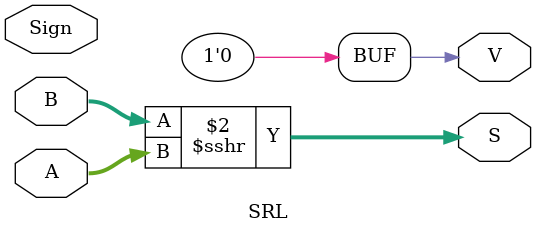
<source format=v>
`timescale 1ns / 1ps

module SRL( A, B, Sign, S, V);

    input [31:0] A;
    input [31:0] B;
    input Sign;

    output reg [31:0] S;
    output reg V;

    always@(*)
    begin
        S = B >>> A;
        V = 0;
    end

endmodule

</source>
